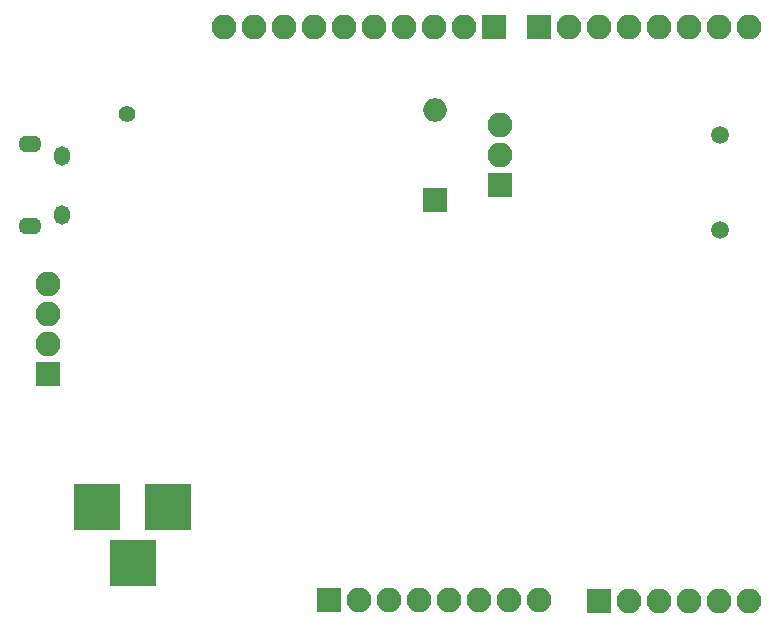
<source format=gbs>
G04 #@! TF.GenerationSoftware,KiCad,Pcbnew,no-vcs-found-7688~57~ubuntu16.04.1*
G04 #@! TF.CreationDate,2017-02-28T12:49:15+07:00*
G04 #@! TF.ProjectId,esp32-iot-uno-hw,65737033322D696F742D756E6F2D6877,rev?*
G04 #@! TF.FileFunction,Soldermask,Bot*
G04 #@! TF.FilePolarity,Negative*
%FSLAX46Y46*%
G04 Gerber Fmt 4.6, Leading zero omitted, Abs format (unit mm)*
G04 Created by KiCad (PCBNEW no-vcs-found-7688~57~ubuntu16.04.1) date Tue Feb 28 12:49:15 2017*
%MOMM*%
%LPD*%
G01*
G04 APERTURE LIST*
%ADD10C,0.100000*%
%ADD11C,1.400000*%
%ADD12R,3.900000X3.900000*%
%ADD13O,2.100000X2.100000*%
%ADD14R,2.100000X2.100000*%
%ADD15O,1.950000X1.400000*%
%ADD16O,1.350000X1.650000*%
%ADD17C,1.500000*%
%ADD18O,2.000000X2.000000*%
%ADD19R,2.000000X2.000000*%
G04 APERTURE END LIST*
D10*
D11*
X122750129Y-78507456D03*
D12*
X123212600Y-116510800D03*
X120212600Y-111810800D03*
X126212600Y-111810800D03*
D13*
X175363274Y-71170800D03*
X172823274Y-71170800D03*
X170283274Y-71170800D03*
X167743274Y-71170800D03*
X165203274Y-71170800D03*
X162663274Y-71170800D03*
X160123274Y-71170800D03*
D14*
X157583274Y-71170800D03*
D13*
X175363274Y-119716022D03*
X172823274Y-119716022D03*
X170283274Y-119716022D03*
X167743274Y-119716022D03*
X165203274Y-119716022D03*
D14*
X162663274Y-119716022D03*
X153773274Y-71170800D03*
D13*
X151233274Y-71170800D03*
X148693274Y-71170800D03*
X146153274Y-71170800D03*
X143613274Y-71170800D03*
X141073274Y-71170800D03*
X138533274Y-71170800D03*
X135993274Y-71170800D03*
X133453274Y-71170800D03*
X130913274Y-71170800D03*
D15*
X114526474Y-88037022D03*
X114526474Y-81037022D03*
D16*
X117226474Y-87037022D03*
X117226474Y-82037022D03*
D14*
X139801600Y-119684800D03*
D13*
X142341600Y-119684800D03*
X144881600Y-119684800D03*
X147421600Y-119684800D03*
X149961600Y-119684800D03*
X152501600Y-119684800D03*
X155041600Y-119684800D03*
X157581600Y-119684800D03*
X116052600Y-92887800D03*
X116052600Y-95427800D03*
X116052600Y-97967800D03*
D14*
X116052600Y-100507800D03*
D13*
X154281274Y-79457022D03*
X154281274Y-81997022D03*
D14*
X154281274Y-84537022D03*
D17*
X172948600Y-80314800D03*
X172948600Y-88294800D03*
D18*
X148820274Y-78187022D03*
D19*
X148820274Y-85807022D03*
M02*

</source>
